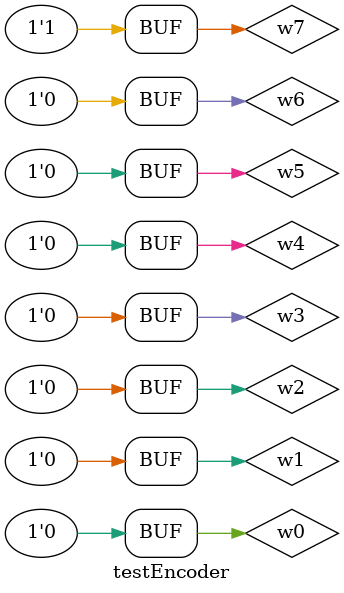
<source format=v>
module encoder8to3(w7, w6, w5, w4, w3, w2, w1, w0, y2, y1, y0);
input w7, w6, w5, w4, w3, w2, w1, w0; 
output y2, y1, y0;

assign y2 = w4|w5|w6|w7;
assign y1 = w2|w3|w6|w7;
assign y0 = w1|w3|w5|w7;

endmodule

module testEncoder;
reg w7, w6, w5, w4, w3, w2, w1, w0; 
wire y2, y1, y0; 

encoder8to3 i(w7, w6, w5, w4, w3, w2, w1, w0, y2, y1, y0);

initial
begin
   #5 w7= 1'b0; w6=1'b0; w5= 1'b0; w4= 1'b0; w3= 1'b0; w2 = 1'b0; w1 = 1'b0; w0= 1'b0;
    $monitor("Time = %0t w7 = %b, w6 = %b, w5 = %b, w4 = %b, w3 = %b , w2 = %b , w1 = %b , w0 = %b , y2 = %b , y1 = %b , y0 = %b", $time, w7, w6, w5, w4, w3 , w2, w1, w0, y2, y1, y0);
   #5 w7= 1'b0; w6=1'b0; w5= 1'b0; w4= 1'b0; w3= 1'b0; w2 = 1'b0; w1 = 1'b0; w0= 1'b1;
   #5 w7= 1'b0; w6=1'b0; w5= 1'b0; w4= 1'b0; w3= 1'b0; w2 = 1'b0; w1 = 1'b1; w0= 1'b0;
   #5 w7= 1'b0; w6=1'b0; w5= 1'b0; w4= 1'b0; w3= 1'b0; w2 = 1'b1; w1 = 1'b0; w0= 1'b0;
   #5 w7= 1'b0; w6=1'b0; w5= 1'b0; w4= 1'b0; w3= 1'b1; w2 = 1'b0; w1 = 1'b0; w0= 1'b0;
   #5 w7= 1'b0; w6=1'b0; w5= 1'b0; w4= 1'b1; w3= 1'b0; w2 = 1'b0; w1 = 1'b0; w0= 1'b0;
   #5 w7= 1'b0; w6=1'b0; w5= 1'b1; w4= 1'b0; w3= 1'b0; w2 = 1'b0; w1 = 1'b0; w0= 1'b0;
   #5 w7= 1'b0; w6=1'b1; w5= 1'b0; w4= 1'b0; w3= 1'b0; w2 = 1'b0; w1 = 1'b0; w0= 1'b0;
   #5 w7= 1'b1; w6=1'b0; w5= 1'b0; w4= 1'b0; w3= 1'b0; w2 = 1'b0; w1 = 1'b0; w0= 1'b0;
end
endmodule 
</source>
